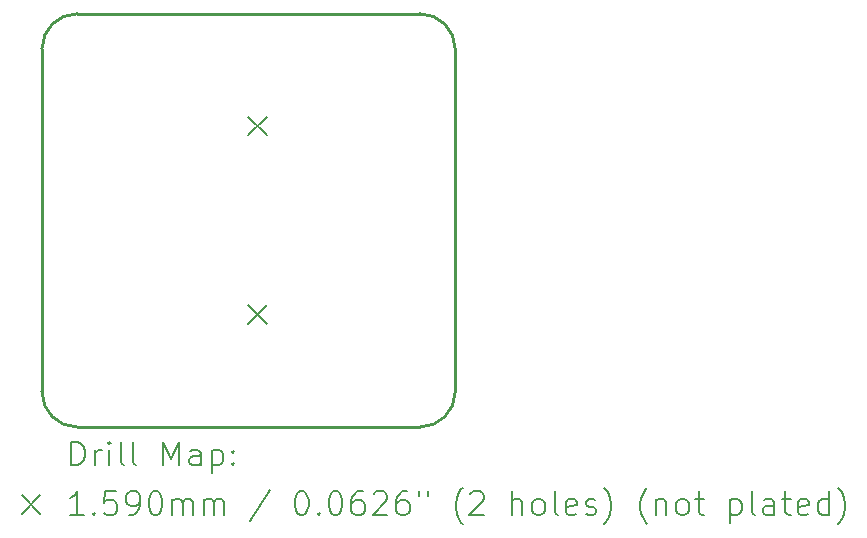
<source format=gbr>
%TF.GenerationSoftware,KiCad,Pcbnew,7.0.9*%
%TF.CreationDate,2024-03-23T01:13:51+08:00*%
%TF.ProjectId,8643____,38363433-4bd5-4a5e-932e-6b696361645f,rev?*%
%TF.SameCoordinates,Original*%
%TF.FileFunction,Drillmap*%
%TF.FilePolarity,Positive*%
%FSLAX45Y45*%
G04 Gerber Fmt 4.5, Leading zero omitted, Abs format (unit mm)*
G04 Created by KiCad (PCBNEW 7.0.9) date 2024-03-23 01:13:51*
%MOMM*%
%LPD*%
G01*
G04 APERTURE LIST*
%ADD10C,0.254000*%
%ADD11C,0.200000*%
%ADD12C,0.159000*%
G04 APERTURE END LIST*
D10*
X14401800Y-9250400D02*
X14401800Y-6350400D01*
X17901800Y-9250400D02*
X17901800Y-6350400D01*
X17601800Y-6050400D02*
X14701800Y-6050400D01*
X14401800Y-9250400D02*
G75*
G03*
X14701800Y-9550400I300000J0D01*
G01*
X14701800Y-9550400D02*
X17601800Y-9550400D01*
X17901800Y-6350400D02*
G75*
G03*
X17601800Y-6050400I-300000J0D01*
G01*
X14701800Y-6050400D02*
G75*
G03*
X14401800Y-6350400I0J-300000D01*
G01*
X17601800Y-9550400D02*
G75*
G03*
X17901800Y-9250400I0J300000D01*
G01*
D11*
D12*
X16148300Y-6920900D02*
X16307300Y-7079900D01*
X16307300Y-6920900D02*
X16148300Y-7079900D01*
X16148300Y-8520900D02*
X16307300Y-8679900D01*
X16307300Y-8520900D02*
X16148300Y-8679900D01*
D11*
X14649877Y-9874584D02*
X14649877Y-9674584D01*
X14649877Y-9674584D02*
X14697496Y-9674584D01*
X14697496Y-9674584D02*
X14726067Y-9684108D01*
X14726067Y-9684108D02*
X14745115Y-9703155D01*
X14745115Y-9703155D02*
X14754639Y-9722203D01*
X14754639Y-9722203D02*
X14764162Y-9760298D01*
X14764162Y-9760298D02*
X14764162Y-9788870D01*
X14764162Y-9788870D02*
X14754639Y-9826965D01*
X14754639Y-9826965D02*
X14745115Y-9846012D01*
X14745115Y-9846012D02*
X14726067Y-9865060D01*
X14726067Y-9865060D02*
X14697496Y-9874584D01*
X14697496Y-9874584D02*
X14649877Y-9874584D01*
X14849877Y-9874584D02*
X14849877Y-9741250D01*
X14849877Y-9779346D02*
X14859401Y-9760298D01*
X14859401Y-9760298D02*
X14868924Y-9750774D01*
X14868924Y-9750774D02*
X14887972Y-9741250D01*
X14887972Y-9741250D02*
X14907020Y-9741250D01*
X14973686Y-9874584D02*
X14973686Y-9741250D01*
X14973686Y-9674584D02*
X14964162Y-9684108D01*
X14964162Y-9684108D02*
X14973686Y-9693631D01*
X14973686Y-9693631D02*
X14983210Y-9684108D01*
X14983210Y-9684108D02*
X14973686Y-9674584D01*
X14973686Y-9674584D02*
X14973686Y-9693631D01*
X15097496Y-9874584D02*
X15078448Y-9865060D01*
X15078448Y-9865060D02*
X15068924Y-9846012D01*
X15068924Y-9846012D02*
X15068924Y-9674584D01*
X15202258Y-9874584D02*
X15183210Y-9865060D01*
X15183210Y-9865060D02*
X15173686Y-9846012D01*
X15173686Y-9846012D02*
X15173686Y-9674584D01*
X15430829Y-9874584D02*
X15430829Y-9674584D01*
X15430829Y-9674584D02*
X15497496Y-9817441D01*
X15497496Y-9817441D02*
X15564162Y-9674584D01*
X15564162Y-9674584D02*
X15564162Y-9874584D01*
X15745115Y-9874584D02*
X15745115Y-9769822D01*
X15745115Y-9769822D02*
X15735591Y-9750774D01*
X15735591Y-9750774D02*
X15716543Y-9741250D01*
X15716543Y-9741250D02*
X15678448Y-9741250D01*
X15678448Y-9741250D02*
X15659401Y-9750774D01*
X15745115Y-9865060D02*
X15726067Y-9874584D01*
X15726067Y-9874584D02*
X15678448Y-9874584D01*
X15678448Y-9874584D02*
X15659401Y-9865060D01*
X15659401Y-9865060D02*
X15649877Y-9846012D01*
X15649877Y-9846012D02*
X15649877Y-9826965D01*
X15649877Y-9826965D02*
X15659401Y-9807917D01*
X15659401Y-9807917D02*
X15678448Y-9798393D01*
X15678448Y-9798393D02*
X15726067Y-9798393D01*
X15726067Y-9798393D02*
X15745115Y-9788870D01*
X15840353Y-9741250D02*
X15840353Y-9941250D01*
X15840353Y-9750774D02*
X15859401Y-9741250D01*
X15859401Y-9741250D02*
X15897496Y-9741250D01*
X15897496Y-9741250D02*
X15916543Y-9750774D01*
X15916543Y-9750774D02*
X15926067Y-9760298D01*
X15926067Y-9760298D02*
X15935591Y-9779346D01*
X15935591Y-9779346D02*
X15935591Y-9836489D01*
X15935591Y-9836489D02*
X15926067Y-9855536D01*
X15926067Y-9855536D02*
X15916543Y-9865060D01*
X15916543Y-9865060D02*
X15897496Y-9874584D01*
X15897496Y-9874584D02*
X15859401Y-9874584D01*
X15859401Y-9874584D02*
X15840353Y-9865060D01*
X16021305Y-9855536D02*
X16030829Y-9865060D01*
X16030829Y-9865060D02*
X16021305Y-9874584D01*
X16021305Y-9874584D02*
X16011782Y-9865060D01*
X16011782Y-9865060D02*
X16021305Y-9855536D01*
X16021305Y-9855536D02*
X16021305Y-9874584D01*
X16021305Y-9750774D02*
X16030829Y-9760298D01*
X16030829Y-9760298D02*
X16021305Y-9769822D01*
X16021305Y-9769822D02*
X16011782Y-9760298D01*
X16011782Y-9760298D02*
X16021305Y-9750774D01*
X16021305Y-9750774D02*
X16021305Y-9769822D01*
D12*
X14230100Y-10123600D02*
X14389100Y-10282600D01*
X14389100Y-10123600D02*
X14230100Y-10282600D01*
D11*
X14754639Y-10294584D02*
X14640353Y-10294584D01*
X14697496Y-10294584D02*
X14697496Y-10094584D01*
X14697496Y-10094584D02*
X14678448Y-10123155D01*
X14678448Y-10123155D02*
X14659401Y-10142203D01*
X14659401Y-10142203D02*
X14640353Y-10151727D01*
X14840353Y-10275536D02*
X14849877Y-10285060D01*
X14849877Y-10285060D02*
X14840353Y-10294584D01*
X14840353Y-10294584D02*
X14830829Y-10285060D01*
X14830829Y-10285060D02*
X14840353Y-10275536D01*
X14840353Y-10275536D02*
X14840353Y-10294584D01*
X15030829Y-10094584D02*
X14935591Y-10094584D01*
X14935591Y-10094584D02*
X14926067Y-10189822D01*
X14926067Y-10189822D02*
X14935591Y-10180298D01*
X14935591Y-10180298D02*
X14954639Y-10170774D01*
X14954639Y-10170774D02*
X15002258Y-10170774D01*
X15002258Y-10170774D02*
X15021305Y-10180298D01*
X15021305Y-10180298D02*
X15030829Y-10189822D01*
X15030829Y-10189822D02*
X15040353Y-10208870D01*
X15040353Y-10208870D02*
X15040353Y-10256489D01*
X15040353Y-10256489D02*
X15030829Y-10275536D01*
X15030829Y-10275536D02*
X15021305Y-10285060D01*
X15021305Y-10285060D02*
X15002258Y-10294584D01*
X15002258Y-10294584D02*
X14954639Y-10294584D01*
X14954639Y-10294584D02*
X14935591Y-10285060D01*
X14935591Y-10285060D02*
X14926067Y-10275536D01*
X15135591Y-10294584D02*
X15173686Y-10294584D01*
X15173686Y-10294584D02*
X15192734Y-10285060D01*
X15192734Y-10285060D02*
X15202258Y-10275536D01*
X15202258Y-10275536D02*
X15221305Y-10246965D01*
X15221305Y-10246965D02*
X15230829Y-10208870D01*
X15230829Y-10208870D02*
X15230829Y-10132679D01*
X15230829Y-10132679D02*
X15221305Y-10113631D01*
X15221305Y-10113631D02*
X15211782Y-10104108D01*
X15211782Y-10104108D02*
X15192734Y-10094584D01*
X15192734Y-10094584D02*
X15154639Y-10094584D01*
X15154639Y-10094584D02*
X15135591Y-10104108D01*
X15135591Y-10104108D02*
X15126067Y-10113631D01*
X15126067Y-10113631D02*
X15116543Y-10132679D01*
X15116543Y-10132679D02*
X15116543Y-10180298D01*
X15116543Y-10180298D02*
X15126067Y-10199346D01*
X15126067Y-10199346D02*
X15135591Y-10208870D01*
X15135591Y-10208870D02*
X15154639Y-10218393D01*
X15154639Y-10218393D02*
X15192734Y-10218393D01*
X15192734Y-10218393D02*
X15211782Y-10208870D01*
X15211782Y-10208870D02*
X15221305Y-10199346D01*
X15221305Y-10199346D02*
X15230829Y-10180298D01*
X15354639Y-10094584D02*
X15373686Y-10094584D01*
X15373686Y-10094584D02*
X15392734Y-10104108D01*
X15392734Y-10104108D02*
X15402258Y-10113631D01*
X15402258Y-10113631D02*
X15411782Y-10132679D01*
X15411782Y-10132679D02*
X15421305Y-10170774D01*
X15421305Y-10170774D02*
X15421305Y-10218393D01*
X15421305Y-10218393D02*
X15411782Y-10256489D01*
X15411782Y-10256489D02*
X15402258Y-10275536D01*
X15402258Y-10275536D02*
X15392734Y-10285060D01*
X15392734Y-10285060D02*
X15373686Y-10294584D01*
X15373686Y-10294584D02*
X15354639Y-10294584D01*
X15354639Y-10294584D02*
X15335591Y-10285060D01*
X15335591Y-10285060D02*
X15326067Y-10275536D01*
X15326067Y-10275536D02*
X15316543Y-10256489D01*
X15316543Y-10256489D02*
X15307020Y-10218393D01*
X15307020Y-10218393D02*
X15307020Y-10170774D01*
X15307020Y-10170774D02*
X15316543Y-10132679D01*
X15316543Y-10132679D02*
X15326067Y-10113631D01*
X15326067Y-10113631D02*
X15335591Y-10104108D01*
X15335591Y-10104108D02*
X15354639Y-10094584D01*
X15507020Y-10294584D02*
X15507020Y-10161250D01*
X15507020Y-10180298D02*
X15516543Y-10170774D01*
X15516543Y-10170774D02*
X15535591Y-10161250D01*
X15535591Y-10161250D02*
X15564163Y-10161250D01*
X15564163Y-10161250D02*
X15583210Y-10170774D01*
X15583210Y-10170774D02*
X15592734Y-10189822D01*
X15592734Y-10189822D02*
X15592734Y-10294584D01*
X15592734Y-10189822D02*
X15602258Y-10170774D01*
X15602258Y-10170774D02*
X15621305Y-10161250D01*
X15621305Y-10161250D02*
X15649877Y-10161250D01*
X15649877Y-10161250D02*
X15668924Y-10170774D01*
X15668924Y-10170774D02*
X15678448Y-10189822D01*
X15678448Y-10189822D02*
X15678448Y-10294584D01*
X15773686Y-10294584D02*
X15773686Y-10161250D01*
X15773686Y-10180298D02*
X15783210Y-10170774D01*
X15783210Y-10170774D02*
X15802258Y-10161250D01*
X15802258Y-10161250D02*
X15830829Y-10161250D01*
X15830829Y-10161250D02*
X15849877Y-10170774D01*
X15849877Y-10170774D02*
X15859401Y-10189822D01*
X15859401Y-10189822D02*
X15859401Y-10294584D01*
X15859401Y-10189822D02*
X15868924Y-10170774D01*
X15868924Y-10170774D02*
X15887972Y-10161250D01*
X15887972Y-10161250D02*
X15916543Y-10161250D01*
X15916543Y-10161250D02*
X15935591Y-10170774D01*
X15935591Y-10170774D02*
X15945115Y-10189822D01*
X15945115Y-10189822D02*
X15945115Y-10294584D01*
X16335591Y-10085060D02*
X16164163Y-10342203D01*
X16592734Y-10094584D02*
X16611782Y-10094584D01*
X16611782Y-10094584D02*
X16630829Y-10104108D01*
X16630829Y-10104108D02*
X16640353Y-10113631D01*
X16640353Y-10113631D02*
X16649877Y-10132679D01*
X16649877Y-10132679D02*
X16659401Y-10170774D01*
X16659401Y-10170774D02*
X16659401Y-10218393D01*
X16659401Y-10218393D02*
X16649877Y-10256489D01*
X16649877Y-10256489D02*
X16640353Y-10275536D01*
X16640353Y-10275536D02*
X16630829Y-10285060D01*
X16630829Y-10285060D02*
X16611782Y-10294584D01*
X16611782Y-10294584D02*
X16592734Y-10294584D01*
X16592734Y-10294584D02*
X16573686Y-10285060D01*
X16573686Y-10285060D02*
X16564163Y-10275536D01*
X16564163Y-10275536D02*
X16554639Y-10256489D01*
X16554639Y-10256489D02*
X16545115Y-10218393D01*
X16545115Y-10218393D02*
X16545115Y-10170774D01*
X16545115Y-10170774D02*
X16554639Y-10132679D01*
X16554639Y-10132679D02*
X16564163Y-10113631D01*
X16564163Y-10113631D02*
X16573686Y-10104108D01*
X16573686Y-10104108D02*
X16592734Y-10094584D01*
X16745115Y-10275536D02*
X16754639Y-10285060D01*
X16754639Y-10285060D02*
X16745115Y-10294584D01*
X16745115Y-10294584D02*
X16735591Y-10285060D01*
X16735591Y-10285060D02*
X16745115Y-10275536D01*
X16745115Y-10275536D02*
X16745115Y-10294584D01*
X16878448Y-10094584D02*
X16897496Y-10094584D01*
X16897496Y-10094584D02*
X16916544Y-10104108D01*
X16916544Y-10104108D02*
X16926068Y-10113631D01*
X16926068Y-10113631D02*
X16935591Y-10132679D01*
X16935591Y-10132679D02*
X16945115Y-10170774D01*
X16945115Y-10170774D02*
X16945115Y-10218393D01*
X16945115Y-10218393D02*
X16935591Y-10256489D01*
X16935591Y-10256489D02*
X16926068Y-10275536D01*
X16926068Y-10275536D02*
X16916544Y-10285060D01*
X16916544Y-10285060D02*
X16897496Y-10294584D01*
X16897496Y-10294584D02*
X16878448Y-10294584D01*
X16878448Y-10294584D02*
X16859401Y-10285060D01*
X16859401Y-10285060D02*
X16849877Y-10275536D01*
X16849877Y-10275536D02*
X16840353Y-10256489D01*
X16840353Y-10256489D02*
X16830829Y-10218393D01*
X16830829Y-10218393D02*
X16830829Y-10170774D01*
X16830829Y-10170774D02*
X16840353Y-10132679D01*
X16840353Y-10132679D02*
X16849877Y-10113631D01*
X16849877Y-10113631D02*
X16859401Y-10104108D01*
X16859401Y-10104108D02*
X16878448Y-10094584D01*
X17116544Y-10094584D02*
X17078448Y-10094584D01*
X17078448Y-10094584D02*
X17059401Y-10104108D01*
X17059401Y-10104108D02*
X17049877Y-10113631D01*
X17049877Y-10113631D02*
X17030829Y-10142203D01*
X17030829Y-10142203D02*
X17021306Y-10180298D01*
X17021306Y-10180298D02*
X17021306Y-10256489D01*
X17021306Y-10256489D02*
X17030829Y-10275536D01*
X17030829Y-10275536D02*
X17040353Y-10285060D01*
X17040353Y-10285060D02*
X17059401Y-10294584D01*
X17059401Y-10294584D02*
X17097496Y-10294584D01*
X17097496Y-10294584D02*
X17116544Y-10285060D01*
X17116544Y-10285060D02*
X17126068Y-10275536D01*
X17126068Y-10275536D02*
X17135591Y-10256489D01*
X17135591Y-10256489D02*
X17135591Y-10208870D01*
X17135591Y-10208870D02*
X17126068Y-10189822D01*
X17126068Y-10189822D02*
X17116544Y-10180298D01*
X17116544Y-10180298D02*
X17097496Y-10170774D01*
X17097496Y-10170774D02*
X17059401Y-10170774D01*
X17059401Y-10170774D02*
X17040353Y-10180298D01*
X17040353Y-10180298D02*
X17030829Y-10189822D01*
X17030829Y-10189822D02*
X17021306Y-10208870D01*
X17211782Y-10113631D02*
X17221306Y-10104108D01*
X17221306Y-10104108D02*
X17240353Y-10094584D01*
X17240353Y-10094584D02*
X17287972Y-10094584D01*
X17287972Y-10094584D02*
X17307020Y-10104108D01*
X17307020Y-10104108D02*
X17316544Y-10113631D01*
X17316544Y-10113631D02*
X17326068Y-10132679D01*
X17326068Y-10132679D02*
X17326068Y-10151727D01*
X17326068Y-10151727D02*
X17316544Y-10180298D01*
X17316544Y-10180298D02*
X17202258Y-10294584D01*
X17202258Y-10294584D02*
X17326068Y-10294584D01*
X17497496Y-10094584D02*
X17459401Y-10094584D01*
X17459401Y-10094584D02*
X17440353Y-10104108D01*
X17440353Y-10104108D02*
X17430829Y-10113631D01*
X17430829Y-10113631D02*
X17411782Y-10142203D01*
X17411782Y-10142203D02*
X17402258Y-10180298D01*
X17402258Y-10180298D02*
X17402258Y-10256489D01*
X17402258Y-10256489D02*
X17411782Y-10275536D01*
X17411782Y-10275536D02*
X17421306Y-10285060D01*
X17421306Y-10285060D02*
X17440353Y-10294584D01*
X17440353Y-10294584D02*
X17478449Y-10294584D01*
X17478449Y-10294584D02*
X17497496Y-10285060D01*
X17497496Y-10285060D02*
X17507020Y-10275536D01*
X17507020Y-10275536D02*
X17516544Y-10256489D01*
X17516544Y-10256489D02*
X17516544Y-10208870D01*
X17516544Y-10208870D02*
X17507020Y-10189822D01*
X17507020Y-10189822D02*
X17497496Y-10180298D01*
X17497496Y-10180298D02*
X17478449Y-10170774D01*
X17478449Y-10170774D02*
X17440353Y-10170774D01*
X17440353Y-10170774D02*
X17421306Y-10180298D01*
X17421306Y-10180298D02*
X17411782Y-10189822D01*
X17411782Y-10189822D02*
X17402258Y-10208870D01*
X17592734Y-10094584D02*
X17592734Y-10132679D01*
X17668925Y-10094584D02*
X17668925Y-10132679D01*
X17964163Y-10370774D02*
X17954639Y-10361250D01*
X17954639Y-10361250D02*
X17935591Y-10332679D01*
X17935591Y-10332679D02*
X17926068Y-10313631D01*
X17926068Y-10313631D02*
X17916544Y-10285060D01*
X17916544Y-10285060D02*
X17907020Y-10237441D01*
X17907020Y-10237441D02*
X17907020Y-10199346D01*
X17907020Y-10199346D02*
X17916544Y-10151727D01*
X17916544Y-10151727D02*
X17926068Y-10123155D01*
X17926068Y-10123155D02*
X17935591Y-10104108D01*
X17935591Y-10104108D02*
X17954639Y-10075536D01*
X17954639Y-10075536D02*
X17964163Y-10066012D01*
X18030830Y-10113631D02*
X18040353Y-10104108D01*
X18040353Y-10104108D02*
X18059401Y-10094584D01*
X18059401Y-10094584D02*
X18107020Y-10094584D01*
X18107020Y-10094584D02*
X18126068Y-10104108D01*
X18126068Y-10104108D02*
X18135591Y-10113631D01*
X18135591Y-10113631D02*
X18145115Y-10132679D01*
X18145115Y-10132679D02*
X18145115Y-10151727D01*
X18145115Y-10151727D02*
X18135591Y-10180298D01*
X18135591Y-10180298D02*
X18021306Y-10294584D01*
X18021306Y-10294584D02*
X18145115Y-10294584D01*
X18383211Y-10294584D02*
X18383211Y-10094584D01*
X18468925Y-10294584D02*
X18468925Y-10189822D01*
X18468925Y-10189822D02*
X18459401Y-10170774D01*
X18459401Y-10170774D02*
X18440353Y-10161250D01*
X18440353Y-10161250D02*
X18411782Y-10161250D01*
X18411782Y-10161250D02*
X18392734Y-10170774D01*
X18392734Y-10170774D02*
X18383211Y-10180298D01*
X18592734Y-10294584D02*
X18573687Y-10285060D01*
X18573687Y-10285060D02*
X18564163Y-10275536D01*
X18564163Y-10275536D02*
X18554639Y-10256489D01*
X18554639Y-10256489D02*
X18554639Y-10199346D01*
X18554639Y-10199346D02*
X18564163Y-10180298D01*
X18564163Y-10180298D02*
X18573687Y-10170774D01*
X18573687Y-10170774D02*
X18592734Y-10161250D01*
X18592734Y-10161250D02*
X18621306Y-10161250D01*
X18621306Y-10161250D02*
X18640353Y-10170774D01*
X18640353Y-10170774D02*
X18649877Y-10180298D01*
X18649877Y-10180298D02*
X18659401Y-10199346D01*
X18659401Y-10199346D02*
X18659401Y-10256489D01*
X18659401Y-10256489D02*
X18649877Y-10275536D01*
X18649877Y-10275536D02*
X18640353Y-10285060D01*
X18640353Y-10285060D02*
X18621306Y-10294584D01*
X18621306Y-10294584D02*
X18592734Y-10294584D01*
X18773687Y-10294584D02*
X18754639Y-10285060D01*
X18754639Y-10285060D02*
X18745115Y-10266012D01*
X18745115Y-10266012D02*
X18745115Y-10094584D01*
X18926068Y-10285060D02*
X18907020Y-10294584D01*
X18907020Y-10294584D02*
X18868925Y-10294584D01*
X18868925Y-10294584D02*
X18849877Y-10285060D01*
X18849877Y-10285060D02*
X18840353Y-10266012D01*
X18840353Y-10266012D02*
X18840353Y-10189822D01*
X18840353Y-10189822D02*
X18849877Y-10170774D01*
X18849877Y-10170774D02*
X18868925Y-10161250D01*
X18868925Y-10161250D02*
X18907020Y-10161250D01*
X18907020Y-10161250D02*
X18926068Y-10170774D01*
X18926068Y-10170774D02*
X18935592Y-10189822D01*
X18935592Y-10189822D02*
X18935592Y-10208870D01*
X18935592Y-10208870D02*
X18840353Y-10227917D01*
X19011782Y-10285060D02*
X19030830Y-10294584D01*
X19030830Y-10294584D02*
X19068925Y-10294584D01*
X19068925Y-10294584D02*
X19087973Y-10285060D01*
X19087973Y-10285060D02*
X19097496Y-10266012D01*
X19097496Y-10266012D02*
X19097496Y-10256489D01*
X19097496Y-10256489D02*
X19087973Y-10237441D01*
X19087973Y-10237441D02*
X19068925Y-10227917D01*
X19068925Y-10227917D02*
X19040353Y-10227917D01*
X19040353Y-10227917D02*
X19021306Y-10218393D01*
X19021306Y-10218393D02*
X19011782Y-10199346D01*
X19011782Y-10199346D02*
X19011782Y-10189822D01*
X19011782Y-10189822D02*
X19021306Y-10170774D01*
X19021306Y-10170774D02*
X19040353Y-10161250D01*
X19040353Y-10161250D02*
X19068925Y-10161250D01*
X19068925Y-10161250D02*
X19087973Y-10170774D01*
X19164163Y-10370774D02*
X19173687Y-10361250D01*
X19173687Y-10361250D02*
X19192734Y-10332679D01*
X19192734Y-10332679D02*
X19202258Y-10313631D01*
X19202258Y-10313631D02*
X19211782Y-10285060D01*
X19211782Y-10285060D02*
X19221306Y-10237441D01*
X19221306Y-10237441D02*
X19221306Y-10199346D01*
X19221306Y-10199346D02*
X19211782Y-10151727D01*
X19211782Y-10151727D02*
X19202258Y-10123155D01*
X19202258Y-10123155D02*
X19192734Y-10104108D01*
X19192734Y-10104108D02*
X19173687Y-10075536D01*
X19173687Y-10075536D02*
X19164163Y-10066012D01*
X19526068Y-10370774D02*
X19516544Y-10361250D01*
X19516544Y-10361250D02*
X19497496Y-10332679D01*
X19497496Y-10332679D02*
X19487973Y-10313631D01*
X19487973Y-10313631D02*
X19478449Y-10285060D01*
X19478449Y-10285060D02*
X19468925Y-10237441D01*
X19468925Y-10237441D02*
X19468925Y-10199346D01*
X19468925Y-10199346D02*
X19478449Y-10151727D01*
X19478449Y-10151727D02*
X19487973Y-10123155D01*
X19487973Y-10123155D02*
X19497496Y-10104108D01*
X19497496Y-10104108D02*
X19516544Y-10075536D01*
X19516544Y-10075536D02*
X19526068Y-10066012D01*
X19602258Y-10161250D02*
X19602258Y-10294584D01*
X19602258Y-10180298D02*
X19611782Y-10170774D01*
X19611782Y-10170774D02*
X19630830Y-10161250D01*
X19630830Y-10161250D02*
X19659401Y-10161250D01*
X19659401Y-10161250D02*
X19678449Y-10170774D01*
X19678449Y-10170774D02*
X19687973Y-10189822D01*
X19687973Y-10189822D02*
X19687973Y-10294584D01*
X19811782Y-10294584D02*
X19792734Y-10285060D01*
X19792734Y-10285060D02*
X19783211Y-10275536D01*
X19783211Y-10275536D02*
X19773687Y-10256489D01*
X19773687Y-10256489D02*
X19773687Y-10199346D01*
X19773687Y-10199346D02*
X19783211Y-10180298D01*
X19783211Y-10180298D02*
X19792734Y-10170774D01*
X19792734Y-10170774D02*
X19811782Y-10161250D01*
X19811782Y-10161250D02*
X19840354Y-10161250D01*
X19840354Y-10161250D02*
X19859401Y-10170774D01*
X19859401Y-10170774D02*
X19868925Y-10180298D01*
X19868925Y-10180298D02*
X19878449Y-10199346D01*
X19878449Y-10199346D02*
X19878449Y-10256489D01*
X19878449Y-10256489D02*
X19868925Y-10275536D01*
X19868925Y-10275536D02*
X19859401Y-10285060D01*
X19859401Y-10285060D02*
X19840354Y-10294584D01*
X19840354Y-10294584D02*
X19811782Y-10294584D01*
X19935592Y-10161250D02*
X20011782Y-10161250D01*
X19964163Y-10094584D02*
X19964163Y-10266012D01*
X19964163Y-10266012D02*
X19973687Y-10285060D01*
X19973687Y-10285060D02*
X19992734Y-10294584D01*
X19992734Y-10294584D02*
X20011782Y-10294584D01*
X20230830Y-10161250D02*
X20230830Y-10361250D01*
X20230830Y-10170774D02*
X20249877Y-10161250D01*
X20249877Y-10161250D02*
X20287973Y-10161250D01*
X20287973Y-10161250D02*
X20307020Y-10170774D01*
X20307020Y-10170774D02*
X20316544Y-10180298D01*
X20316544Y-10180298D02*
X20326068Y-10199346D01*
X20326068Y-10199346D02*
X20326068Y-10256489D01*
X20326068Y-10256489D02*
X20316544Y-10275536D01*
X20316544Y-10275536D02*
X20307020Y-10285060D01*
X20307020Y-10285060D02*
X20287973Y-10294584D01*
X20287973Y-10294584D02*
X20249877Y-10294584D01*
X20249877Y-10294584D02*
X20230830Y-10285060D01*
X20440354Y-10294584D02*
X20421306Y-10285060D01*
X20421306Y-10285060D02*
X20411782Y-10266012D01*
X20411782Y-10266012D02*
X20411782Y-10094584D01*
X20602258Y-10294584D02*
X20602258Y-10189822D01*
X20602258Y-10189822D02*
X20592735Y-10170774D01*
X20592735Y-10170774D02*
X20573687Y-10161250D01*
X20573687Y-10161250D02*
X20535592Y-10161250D01*
X20535592Y-10161250D02*
X20516544Y-10170774D01*
X20602258Y-10285060D02*
X20583211Y-10294584D01*
X20583211Y-10294584D02*
X20535592Y-10294584D01*
X20535592Y-10294584D02*
X20516544Y-10285060D01*
X20516544Y-10285060D02*
X20507020Y-10266012D01*
X20507020Y-10266012D02*
X20507020Y-10246965D01*
X20507020Y-10246965D02*
X20516544Y-10227917D01*
X20516544Y-10227917D02*
X20535592Y-10218393D01*
X20535592Y-10218393D02*
X20583211Y-10218393D01*
X20583211Y-10218393D02*
X20602258Y-10208870D01*
X20668925Y-10161250D02*
X20745115Y-10161250D01*
X20697496Y-10094584D02*
X20697496Y-10266012D01*
X20697496Y-10266012D02*
X20707020Y-10285060D01*
X20707020Y-10285060D02*
X20726068Y-10294584D01*
X20726068Y-10294584D02*
X20745115Y-10294584D01*
X20887973Y-10285060D02*
X20868925Y-10294584D01*
X20868925Y-10294584D02*
X20830830Y-10294584D01*
X20830830Y-10294584D02*
X20811782Y-10285060D01*
X20811782Y-10285060D02*
X20802258Y-10266012D01*
X20802258Y-10266012D02*
X20802258Y-10189822D01*
X20802258Y-10189822D02*
X20811782Y-10170774D01*
X20811782Y-10170774D02*
X20830830Y-10161250D01*
X20830830Y-10161250D02*
X20868925Y-10161250D01*
X20868925Y-10161250D02*
X20887973Y-10170774D01*
X20887973Y-10170774D02*
X20897496Y-10189822D01*
X20897496Y-10189822D02*
X20897496Y-10208870D01*
X20897496Y-10208870D02*
X20802258Y-10227917D01*
X21068925Y-10294584D02*
X21068925Y-10094584D01*
X21068925Y-10285060D02*
X21049877Y-10294584D01*
X21049877Y-10294584D02*
X21011782Y-10294584D01*
X21011782Y-10294584D02*
X20992735Y-10285060D01*
X20992735Y-10285060D02*
X20983211Y-10275536D01*
X20983211Y-10275536D02*
X20973687Y-10256489D01*
X20973687Y-10256489D02*
X20973687Y-10199346D01*
X20973687Y-10199346D02*
X20983211Y-10180298D01*
X20983211Y-10180298D02*
X20992735Y-10170774D01*
X20992735Y-10170774D02*
X21011782Y-10161250D01*
X21011782Y-10161250D02*
X21049877Y-10161250D01*
X21049877Y-10161250D02*
X21068925Y-10170774D01*
X21145116Y-10370774D02*
X21154639Y-10361250D01*
X21154639Y-10361250D02*
X21173687Y-10332679D01*
X21173687Y-10332679D02*
X21183211Y-10313631D01*
X21183211Y-10313631D02*
X21192735Y-10285060D01*
X21192735Y-10285060D02*
X21202258Y-10237441D01*
X21202258Y-10237441D02*
X21202258Y-10199346D01*
X21202258Y-10199346D02*
X21192735Y-10151727D01*
X21192735Y-10151727D02*
X21183211Y-10123155D01*
X21183211Y-10123155D02*
X21173687Y-10104108D01*
X21173687Y-10104108D02*
X21154639Y-10075536D01*
X21154639Y-10075536D02*
X21145116Y-10066012D01*
M02*

</source>
